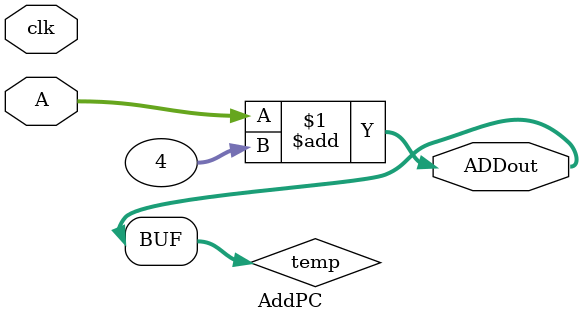
<source format=v>
module AddPC(A, ADDout, clk);
  output [31:0]ADDout;
  input [31:0]A;
  input clk;
  wire[31:0] temp;

  assign temp = A + 4;
  assign ADDout = temp[31:0];

endmodule

</source>
